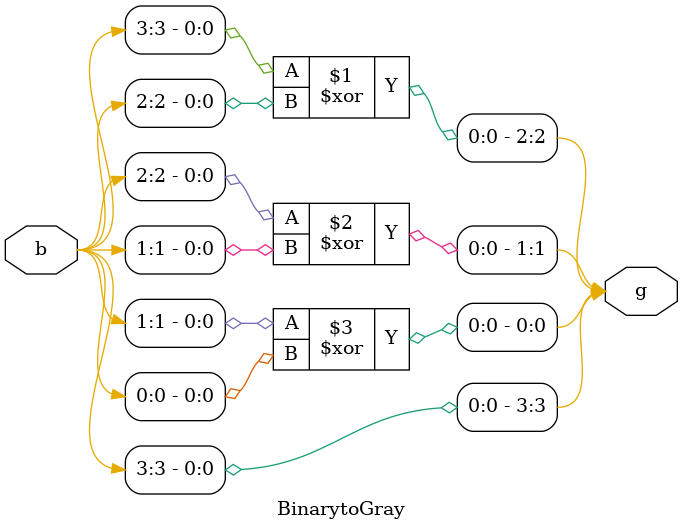
<source format=v>
`timescale 1ns / 1ps


module BinarytoGray(input [3:0]b, output [3:0]g);
assign g[3]= b[3];
assign g[2]= b[3]^b[2];
assign g[1]= b[2]^b[1];
assign g[0]= b[1]^b[0];
endmodule

</source>
